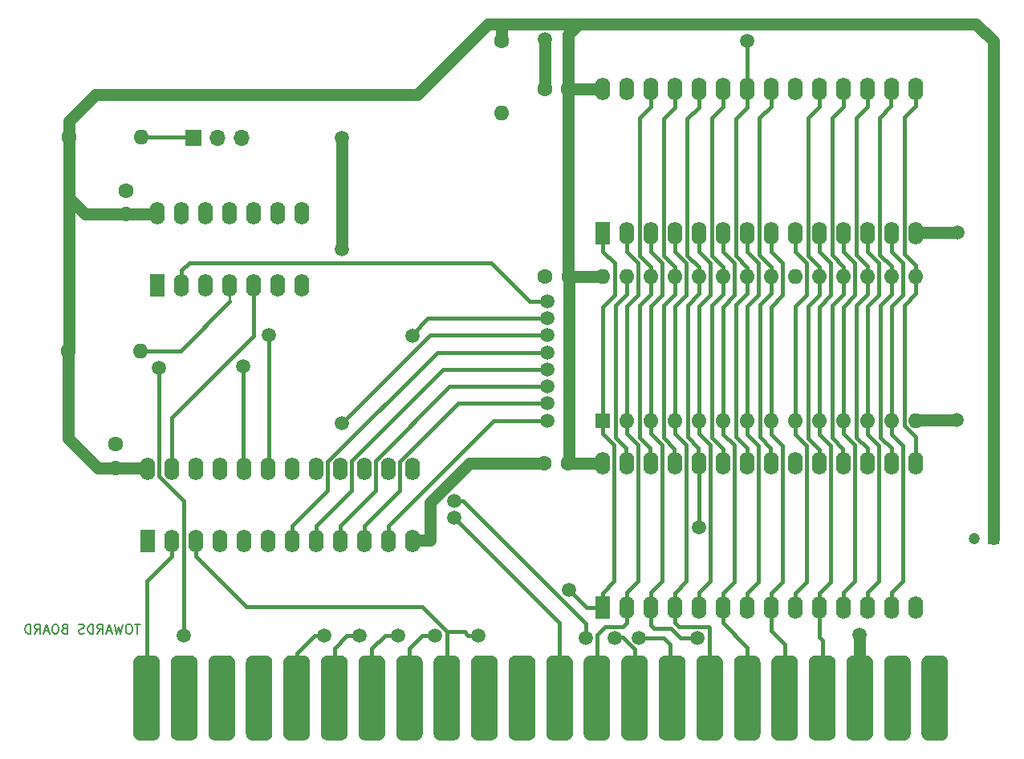
<source format=gbr>
G04 #@! TF.GenerationSoftware,KiCad,Pcbnew,(5.1.5-0)*
G04 #@! TF.CreationDate,2021-03-10T11:50:08+01:00*
G04 #@! TF.ProjectId,Apple1Cartridge,4170706c-6531-4436-9172-747269646765,rev?*
G04 #@! TF.SameCoordinates,Original*
G04 #@! TF.FileFunction,Copper,L2,Bot*
G04 #@! TF.FilePolarity,Positive*
%FSLAX46Y46*%
G04 Gerber Fmt 4.6, Leading zero omitted, Abs format (unit mm)*
G04 Created by KiCad (PCBNEW (5.1.5-0)) date 2021-03-10 11:50:08*
%MOMM*%
%LPD*%
G04 APERTURE LIST*
%ADD10C,0.150000*%
%ADD11O,1.600000X2.400000*%
%ADD12R,1.600000X2.400000*%
%ADD13O,1.600000X1.600000*%
%ADD14R,1.600000X1.600000*%
%ADD15C,1.600000*%
%ADD16C,1.200000*%
%ADD17R,1.200000X1.200000*%
%ADD18O,1.700000X1.700000*%
%ADD19R,1.700000X1.700000*%
%ADD20C,0.100000*%
%ADD21C,1.500000*%
%ADD22C,1.300000*%
%ADD23C,0.400000*%
%ADD24C,0.250000*%
G04 APERTURE END LIST*
D10*
X105521947Y-128679960D02*
X104950519Y-128679960D01*
X105236233Y-129679960D02*
X105236233Y-128679960D01*
X104426709Y-128679960D02*
X104236233Y-128679960D01*
X104140995Y-128727580D01*
X104045757Y-128822818D01*
X103998138Y-129013294D01*
X103998138Y-129346627D01*
X104045757Y-129537103D01*
X104140995Y-129632341D01*
X104236233Y-129679960D01*
X104426709Y-129679960D01*
X104521947Y-129632341D01*
X104617185Y-129537103D01*
X104664804Y-129346627D01*
X104664804Y-129013294D01*
X104617185Y-128822818D01*
X104521947Y-128727580D01*
X104426709Y-128679960D01*
X103664804Y-128679960D02*
X103426709Y-129679960D01*
X103236233Y-128965675D01*
X103045757Y-129679960D01*
X102807661Y-128679960D01*
X102474328Y-129394246D02*
X101998138Y-129394246D01*
X102569566Y-129679960D02*
X102236233Y-128679960D01*
X101902900Y-129679960D01*
X100998138Y-129679960D02*
X101331471Y-129203770D01*
X101569566Y-129679960D02*
X101569566Y-128679960D01*
X101188614Y-128679960D01*
X101093376Y-128727580D01*
X101045757Y-128775199D01*
X100998138Y-128870437D01*
X100998138Y-129013294D01*
X101045757Y-129108532D01*
X101093376Y-129156151D01*
X101188614Y-129203770D01*
X101569566Y-129203770D01*
X100569566Y-129679960D02*
X100569566Y-128679960D01*
X100331471Y-128679960D01*
X100188614Y-128727580D01*
X100093376Y-128822818D01*
X100045757Y-128918056D01*
X99998138Y-129108532D01*
X99998138Y-129251389D01*
X100045757Y-129441865D01*
X100093376Y-129537103D01*
X100188614Y-129632341D01*
X100331471Y-129679960D01*
X100569566Y-129679960D01*
X99617185Y-129632341D02*
X99474328Y-129679960D01*
X99236233Y-129679960D01*
X99140995Y-129632341D01*
X99093376Y-129584722D01*
X99045757Y-129489484D01*
X99045757Y-129394246D01*
X99093376Y-129299008D01*
X99140995Y-129251389D01*
X99236233Y-129203770D01*
X99426709Y-129156151D01*
X99521947Y-129108532D01*
X99569566Y-129060913D01*
X99617185Y-128965675D01*
X99617185Y-128870437D01*
X99569566Y-128775199D01*
X99521947Y-128727580D01*
X99426709Y-128679960D01*
X99188614Y-128679960D01*
X99045757Y-128727580D01*
X97521947Y-129156151D02*
X97379090Y-129203770D01*
X97331471Y-129251389D01*
X97283852Y-129346627D01*
X97283852Y-129489484D01*
X97331471Y-129584722D01*
X97379090Y-129632341D01*
X97474328Y-129679960D01*
X97855280Y-129679960D01*
X97855280Y-128679960D01*
X97521947Y-128679960D01*
X97426709Y-128727580D01*
X97379090Y-128775199D01*
X97331471Y-128870437D01*
X97331471Y-128965675D01*
X97379090Y-129060913D01*
X97426709Y-129108532D01*
X97521947Y-129156151D01*
X97855280Y-129156151D01*
X96664804Y-128679960D02*
X96474328Y-128679960D01*
X96379090Y-128727580D01*
X96283852Y-128822818D01*
X96236233Y-129013294D01*
X96236233Y-129346627D01*
X96283852Y-129537103D01*
X96379090Y-129632341D01*
X96474328Y-129679960D01*
X96664804Y-129679960D01*
X96760042Y-129632341D01*
X96855280Y-129537103D01*
X96902900Y-129346627D01*
X96902900Y-129013294D01*
X96855280Y-128822818D01*
X96760042Y-128727580D01*
X96664804Y-128679960D01*
X95855280Y-129394246D02*
X95379090Y-129394246D01*
X95950519Y-129679960D02*
X95617185Y-128679960D01*
X95283852Y-129679960D01*
X94379090Y-129679960D02*
X94712423Y-129203770D01*
X94950519Y-129679960D02*
X94950519Y-128679960D01*
X94569566Y-128679960D01*
X94474328Y-128727580D01*
X94426709Y-128775199D01*
X94379090Y-128870437D01*
X94379090Y-129013294D01*
X94426709Y-129108532D01*
X94474328Y-129156151D01*
X94569566Y-129203770D01*
X94950519Y-129203770D01*
X93950519Y-129679960D02*
X93950519Y-128679960D01*
X93712423Y-128679960D01*
X93569566Y-128727580D01*
X93474328Y-128822818D01*
X93426709Y-128918056D01*
X93379090Y-129108532D01*
X93379090Y-129251389D01*
X93426709Y-129441865D01*
X93474328Y-129537103D01*
X93569566Y-129632341D01*
X93712423Y-129679960D01*
X93950519Y-129679960D01*
D11*
X154307540Y-72152260D03*
X187327540Y-87392260D03*
X156847540Y-72152260D03*
X184787540Y-87392260D03*
X159387540Y-72152260D03*
X182247540Y-87392260D03*
X161927540Y-72152260D03*
X179707540Y-87392260D03*
X164467540Y-72152260D03*
X177167540Y-87392260D03*
X167007540Y-72152260D03*
X174627540Y-87392260D03*
X169547540Y-72152260D03*
X172087540Y-87392260D03*
X172087540Y-72152260D03*
X169547540Y-87392260D03*
X174627540Y-72152260D03*
X167007540Y-87392260D03*
X177167540Y-72152260D03*
X164467540Y-87392260D03*
X179707540Y-72152260D03*
X161927540Y-87392260D03*
X182247540Y-72152260D03*
X159387540Y-87392260D03*
X184787540Y-72152260D03*
X156847540Y-87392260D03*
X187327540Y-72152260D03*
D12*
X154307540Y-87392260D03*
D13*
X154315160Y-91933780D03*
X187335160Y-107173780D03*
X156855160Y-91933780D03*
X184795160Y-107173780D03*
X159395160Y-91933780D03*
X182255160Y-107173780D03*
X161935160Y-91933780D03*
X179715160Y-107173780D03*
X164475160Y-91933780D03*
X177175160Y-107173780D03*
X167015160Y-91933780D03*
X174635160Y-107173780D03*
X169555160Y-91933780D03*
X172095160Y-107173780D03*
X172095160Y-91933780D03*
X169555160Y-107173780D03*
X174635160Y-91933780D03*
X167015160Y-107173780D03*
X177175160Y-91933780D03*
X164475160Y-107173780D03*
X179715160Y-91933780D03*
X161935160Y-107173780D03*
X182255160Y-91933780D03*
X159395160Y-107173780D03*
X184795160Y-91933780D03*
X156855160Y-107173780D03*
X187335160Y-91933780D03*
D14*
X154315160Y-107173780D03*
D11*
X154277060Y-111707680D03*
X187297060Y-126947680D03*
X156817060Y-111707680D03*
X184757060Y-126947680D03*
X159357060Y-111707680D03*
X182217060Y-126947680D03*
X161897060Y-111707680D03*
X179677060Y-126947680D03*
X164437060Y-111707680D03*
X177137060Y-126947680D03*
X166977060Y-111707680D03*
X174597060Y-126947680D03*
X169517060Y-111707680D03*
X172057060Y-126947680D03*
X172057060Y-111707680D03*
X169517060Y-126947680D03*
X174597060Y-111707680D03*
X166977060Y-126947680D03*
X177137060Y-111707680D03*
X164437060Y-126947680D03*
X179677060Y-111707680D03*
X161897060Y-126947680D03*
X182217060Y-111707680D03*
X159357060Y-126947680D03*
X184757060Y-111707680D03*
X156817060Y-126947680D03*
X187297060Y-111707680D03*
D12*
X154277060Y-126947680D03*
D11*
X106301540Y-112280700D03*
X134241540Y-119900700D03*
X108841540Y-112280700D03*
X131701540Y-119900700D03*
X111381540Y-112280700D03*
X129161540Y-119900700D03*
X113921540Y-112280700D03*
X126621540Y-119900700D03*
X116461540Y-112280700D03*
X124081540Y-119900700D03*
X119001540Y-112280700D03*
X121541540Y-119900700D03*
X121541540Y-112280700D03*
X119001540Y-119900700D03*
X124081540Y-112280700D03*
X116461540Y-119900700D03*
X126621540Y-112280700D03*
X113921540Y-119900700D03*
X129161540Y-112280700D03*
X111381540Y-119900700D03*
X131701540Y-112280700D03*
X108841540Y-119900700D03*
X134241540Y-112280700D03*
D12*
X106301540Y-119900700D03*
D11*
X107368340Y-85280500D03*
X122608340Y-92900500D03*
X109908340Y-85280500D03*
X120068340Y-92900500D03*
X112448340Y-85280500D03*
X117528340Y-92900500D03*
X114988340Y-85280500D03*
X114988340Y-92900500D03*
X117528340Y-85280500D03*
X112448340Y-92900500D03*
X120068340Y-85280500D03*
X109908340Y-92900500D03*
X122608340Y-85280500D03*
D12*
X107368340Y-92900500D03*
D15*
X148238840Y-91978480D03*
X150738840Y-91978480D03*
X148205820Y-72118220D03*
X150705820Y-72118220D03*
D16*
X193521580Y-119608600D03*
D17*
X195521580Y-119608600D03*
D13*
X143644620Y-74645520D03*
D15*
X143644620Y-67025520D03*
D13*
X105575100Y-99804220D03*
D15*
X97955100Y-99804220D03*
D13*
X105610660Y-77254100D03*
D15*
X97990660Y-77254100D03*
D18*
X116182140Y-77269340D03*
X113642140Y-77269340D03*
D19*
X111102140Y-77269340D03*
G04 #@! TA.AperFunction,ConnectorPad*
D20*
G36*
X106965505Y-131969063D02*
G01*
X107033311Y-131979121D01*
X107099804Y-131995777D01*
X107164344Y-132018870D01*
X107226311Y-132048178D01*
X107285106Y-132083418D01*
X107340164Y-132124252D01*
X107390954Y-132170286D01*
X107436988Y-132221076D01*
X107477822Y-132276134D01*
X107513062Y-132334929D01*
X107542370Y-132396896D01*
X107565463Y-132461436D01*
X107582119Y-132527929D01*
X107592177Y-132595735D01*
X107595540Y-132664200D01*
X107595540Y-140258800D01*
X107592177Y-140327265D01*
X107582119Y-140395071D01*
X107565463Y-140461564D01*
X107542370Y-140526104D01*
X107513062Y-140588071D01*
X107477822Y-140646866D01*
X107436988Y-140701924D01*
X107390954Y-140752714D01*
X107340164Y-140798748D01*
X107285106Y-140839582D01*
X107226311Y-140874822D01*
X107164344Y-140904130D01*
X107099804Y-140927223D01*
X107033311Y-140943879D01*
X106965505Y-140953937D01*
X106897040Y-140957300D01*
X105500040Y-140957300D01*
X105431575Y-140953937D01*
X105363769Y-140943879D01*
X105297276Y-140927223D01*
X105232736Y-140904130D01*
X105170769Y-140874822D01*
X105111974Y-140839582D01*
X105056916Y-140798748D01*
X105006126Y-140752714D01*
X104960092Y-140701924D01*
X104919258Y-140646866D01*
X104884018Y-140588071D01*
X104854710Y-140526104D01*
X104831617Y-140461564D01*
X104814961Y-140395071D01*
X104804903Y-140327265D01*
X104801540Y-140258800D01*
X104801540Y-132664200D01*
X104804903Y-132595735D01*
X104814961Y-132527929D01*
X104831617Y-132461436D01*
X104854710Y-132396896D01*
X104884018Y-132334929D01*
X104919258Y-132276134D01*
X104960092Y-132221076D01*
X105006126Y-132170286D01*
X105056916Y-132124252D01*
X105111974Y-132083418D01*
X105170769Y-132048178D01*
X105232736Y-132018870D01*
X105297276Y-131995777D01*
X105363769Y-131979121D01*
X105431575Y-131969063D01*
X105500040Y-131965700D01*
X106897040Y-131965700D01*
X106965505Y-131969063D01*
G37*
G04 #@! TD.AperFunction*
G04 #@! TA.AperFunction,ConnectorPad*
G36*
X110925505Y-131969063D02*
G01*
X110993311Y-131979121D01*
X111059804Y-131995777D01*
X111124344Y-132018870D01*
X111186311Y-132048178D01*
X111245106Y-132083418D01*
X111300164Y-132124252D01*
X111350954Y-132170286D01*
X111396988Y-132221076D01*
X111437822Y-132276134D01*
X111473062Y-132334929D01*
X111502370Y-132396896D01*
X111525463Y-132461436D01*
X111542119Y-132527929D01*
X111552177Y-132595735D01*
X111555540Y-132664200D01*
X111555540Y-140258800D01*
X111552177Y-140327265D01*
X111542119Y-140395071D01*
X111525463Y-140461564D01*
X111502370Y-140526104D01*
X111473062Y-140588071D01*
X111437822Y-140646866D01*
X111396988Y-140701924D01*
X111350954Y-140752714D01*
X111300164Y-140798748D01*
X111245106Y-140839582D01*
X111186311Y-140874822D01*
X111124344Y-140904130D01*
X111059804Y-140927223D01*
X110993311Y-140943879D01*
X110925505Y-140953937D01*
X110857040Y-140957300D01*
X109460040Y-140957300D01*
X109391575Y-140953937D01*
X109323769Y-140943879D01*
X109257276Y-140927223D01*
X109192736Y-140904130D01*
X109130769Y-140874822D01*
X109071974Y-140839582D01*
X109016916Y-140798748D01*
X108966126Y-140752714D01*
X108920092Y-140701924D01*
X108879258Y-140646866D01*
X108844018Y-140588071D01*
X108814710Y-140526104D01*
X108791617Y-140461564D01*
X108774961Y-140395071D01*
X108764903Y-140327265D01*
X108761540Y-140258800D01*
X108761540Y-132664200D01*
X108764903Y-132595735D01*
X108774961Y-132527929D01*
X108791617Y-132461436D01*
X108814710Y-132396896D01*
X108844018Y-132334929D01*
X108879258Y-132276134D01*
X108920092Y-132221076D01*
X108966126Y-132170286D01*
X109016916Y-132124252D01*
X109071974Y-132083418D01*
X109130769Y-132048178D01*
X109192736Y-132018870D01*
X109257276Y-131995777D01*
X109323769Y-131979121D01*
X109391575Y-131969063D01*
X109460040Y-131965700D01*
X110857040Y-131965700D01*
X110925505Y-131969063D01*
G37*
G04 #@! TD.AperFunction*
G04 #@! TA.AperFunction,ConnectorPad*
G36*
X114885505Y-131969063D02*
G01*
X114953311Y-131979121D01*
X115019804Y-131995777D01*
X115084344Y-132018870D01*
X115146311Y-132048178D01*
X115205106Y-132083418D01*
X115260164Y-132124252D01*
X115310954Y-132170286D01*
X115356988Y-132221076D01*
X115397822Y-132276134D01*
X115433062Y-132334929D01*
X115462370Y-132396896D01*
X115485463Y-132461436D01*
X115502119Y-132527929D01*
X115512177Y-132595735D01*
X115515540Y-132664200D01*
X115515540Y-140258800D01*
X115512177Y-140327265D01*
X115502119Y-140395071D01*
X115485463Y-140461564D01*
X115462370Y-140526104D01*
X115433062Y-140588071D01*
X115397822Y-140646866D01*
X115356988Y-140701924D01*
X115310954Y-140752714D01*
X115260164Y-140798748D01*
X115205106Y-140839582D01*
X115146311Y-140874822D01*
X115084344Y-140904130D01*
X115019804Y-140927223D01*
X114953311Y-140943879D01*
X114885505Y-140953937D01*
X114817040Y-140957300D01*
X113420040Y-140957300D01*
X113351575Y-140953937D01*
X113283769Y-140943879D01*
X113217276Y-140927223D01*
X113152736Y-140904130D01*
X113090769Y-140874822D01*
X113031974Y-140839582D01*
X112976916Y-140798748D01*
X112926126Y-140752714D01*
X112880092Y-140701924D01*
X112839258Y-140646866D01*
X112804018Y-140588071D01*
X112774710Y-140526104D01*
X112751617Y-140461564D01*
X112734961Y-140395071D01*
X112724903Y-140327265D01*
X112721540Y-140258800D01*
X112721540Y-132664200D01*
X112724903Y-132595735D01*
X112734961Y-132527929D01*
X112751617Y-132461436D01*
X112774710Y-132396896D01*
X112804018Y-132334929D01*
X112839258Y-132276134D01*
X112880092Y-132221076D01*
X112926126Y-132170286D01*
X112976916Y-132124252D01*
X113031974Y-132083418D01*
X113090769Y-132048178D01*
X113152736Y-132018870D01*
X113217276Y-131995777D01*
X113283769Y-131979121D01*
X113351575Y-131969063D01*
X113420040Y-131965700D01*
X114817040Y-131965700D01*
X114885505Y-131969063D01*
G37*
G04 #@! TD.AperFunction*
G04 #@! TA.AperFunction,ConnectorPad*
G36*
X118845505Y-131969063D02*
G01*
X118913311Y-131979121D01*
X118979804Y-131995777D01*
X119044344Y-132018870D01*
X119106311Y-132048178D01*
X119165106Y-132083418D01*
X119220164Y-132124252D01*
X119270954Y-132170286D01*
X119316988Y-132221076D01*
X119357822Y-132276134D01*
X119393062Y-132334929D01*
X119422370Y-132396896D01*
X119445463Y-132461436D01*
X119462119Y-132527929D01*
X119472177Y-132595735D01*
X119475540Y-132664200D01*
X119475540Y-140258800D01*
X119472177Y-140327265D01*
X119462119Y-140395071D01*
X119445463Y-140461564D01*
X119422370Y-140526104D01*
X119393062Y-140588071D01*
X119357822Y-140646866D01*
X119316988Y-140701924D01*
X119270954Y-140752714D01*
X119220164Y-140798748D01*
X119165106Y-140839582D01*
X119106311Y-140874822D01*
X119044344Y-140904130D01*
X118979804Y-140927223D01*
X118913311Y-140943879D01*
X118845505Y-140953937D01*
X118777040Y-140957300D01*
X117380040Y-140957300D01*
X117311575Y-140953937D01*
X117243769Y-140943879D01*
X117177276Y-140927223D01*
X117112736Y-140904130D01*
X117050769Y-140874822D01*
X116991974Y-140839582D01*
X116936916Y-140798748D01*
X116886126Y-140752714D01*
X116840092Y-140701924D01*
X116799258Y-140646866D01*
X116764018Y-140588071D01*
X116734710Y-140526104D01*
X116711617Y-140461564D01*
X116694961Y-140395071D01*
X116684903Y-140327265D01*
X116681540Y-140258800D01*
X116681540Y-132664200D01*
X116684903Y-132595735D01*
X116694961Y-132527929D01*
X116711617Y-132461436D01*
X116734710Y-132396896D01*
X116764018Y-132334929D01*
X116799258Y-132276134D01*
X116840092Y-132221076D01*
X116886126Y-132170286D01*
X116936916Y-132124252D01*
X116991974Y-132083418D01*
X117050769Y-132048178D01*
X117112736Y-132018870D01*
X117177276Y-131995777D01*
X117243769Y-131979121D01*
X117311575Y-131969063D01*
X117380040Y-131965700D01*
X118777040Y-131965700D01*
X118845505Y-131969063D01*
G37*
G04 #@! TD.AperFunction*
G04 #@! TA.AperFunction,ConnectorPad*
G36*
X122805505Y-131969063D02*
G01*
X122873311Y-131979121D01*
X122939804Y-131995777D01*
X123004344Y-132018870D01*
X123066311Y-132048178D01*
X123125106Y-132083418D01*
X123180164Y-132124252D01*
X123230954Y-132170286D01*
X123276988Y-132221076D01*
X123317822Y-132276134D01*
X123353062Y-132334929D01*
X123382370Y-132396896D01*
X123405463Y-132461436D01*
X123422119Y-132527929D01*
X123432177Y-132595735D01*
X123435540Y-132664200D01*
X123435540Y-140258800D01*
X123432177Y-140327265D01*
X123422119Y-140395071D01*
X123405463Y-140461564D01*
X123382370Y-140526104D01*
X123353062Y-140588071D01*
X123317822Y-140646866D01*
X123276988Y-140701924D01*
X123230954Y-140752714D01*
X123180164Y-140798748D01*
X123125106Y-140839582D01*
X123066311Y-140874822D01*
X123004344Y-140904130D01*
X122939804Y-140927223D01*
X122873311Y-140943879D01*
X122805505Y-140953937D01*
X122737040Y-140957300D01*
X121340040Y-140957300D01*
X121271575Y-140953937D01*
X121203769Y-140943879D01*
X121137276Y-140927223D01*
X121072736Y-140904130D01*
X121010769Y-140874822D01*
X120951974Y-140839582D01*
X120896916Y-140798748D01*
X120846126Y-140752714D01*
X120800092Y-140701924D01*
X120759258Y-140646866D01*
X120724018Y-140588071D01*
X120694710Y-140526104D01*
X120671617Y-140461564D01*
X120654961Y-140395071D01*
X120644903Y-140327265D01*
X120641540Y-140258800D01*
X120641540Y-132664200D01*
X120644903Y-132595735D01*
X120654961Y-132527929D01*
X120671617Y-132461436D01*
X120694710Y-132396896D01*
X120724018Y-132334929D01*
X120759258Y-132276134D01*
X120800092Y-132221076D01*
X120846126Y-132170286D01*
X120896916Y-132124252D01*
X120951974Y-132083418D01*
X121010769Y-132048178D01*
X121072736Y-132018870D01*
X121137276Y-131995777D01*
X121203769Y-131979121D01*
X121271575Y-131969063D01*
X121340040Y-131965700D01*
X122737040Y-131965700D01*
X122805505Y-131969063D01*
G37*
G04 #@! TD.AperFunction*
G04 #@! TA.AperFunction,ConnectorPad*
G36*
X126765505Y-131969063D02*
G01*
X126833311Y-131979121D01*
X126899804Y-131995777D01*
X126964344Y-132018870D01*
X127026311Y-132048178D01*
X127085106Y-132083418D01*
X127140164Y-132124252D01*
X127190954Y-132170286D01*
X127236988Y-132221076D01*
X127277822Y-132276134D01*
X127313062Y-132334929D01*
X127342370Y-132396896D01*
X127365463Y-132461436D01*
X127382119Y-132527929D01*
X127392177Y-132595735D01*
X127395540Y-132664200D01*
X127395540Y-140258800D01*
X127392177Y-140327265D01*
X127382119Y-140395071D01*
X127365463Y-140461564D01*
X127342370Y-140526104D01*
X127313062Y-140588071D01*
X127277822Y-140646866D01*
X127236988Y-140701924D01*
X127190954Y-140752714D01*
X127140164Y-140798748D01*
X127085106Y-140839582D01*
X127026311Y-140874822D01*
X126964344Y-140904130D01*
X126899804Y-140927223D01*
X126833311Y-140943879D01*
X126765505Y-140953937D01*
X126697040Y-140957300D01*
X125300040Y-140957300D01*
X125231575Y-140953937D01*
X125163769Y-140943879D01*
X125097276Y-140927223D01*
X125032736Y-140904130D01*
X124970769Y-140874822D01*
X124911974Y-140839582D01*
X124856916Y-140798748D01*
X124806126Y-140752714D01*
X124760092Y-140701924D01*
X124719258Y-140646866D01*
X124684018Y-140588071D01*
X124654710Y-140526104D01*
X124631617Y-140461564D01*
X124614961Y-140395071D01*
X124604903Y-140327265D01*
X124601540Y-140258800D01*
X124601540Y-132664200D01*
X124604903Y-132595735D01*
X124614961Y-132527929D01*
X124631617Y-132461436D01*
X124654710Y-132396896D01*
X124684018Y-132334929D01*
X124719258Y-132276134D01*
X124760092Y-132221076D01*
X124806126Y-132170286D01*
X124856916Y-132124252D01*
X124911974Y-132083418D01*
X124970769Y-132048178D01*
X125032736Y-132018870D01*
X125097276Y-131995777D01*
X125163769Y-131979121D01*
X125231575Y-131969063D01*
X125300040Y-131965700D01*
X126697040Y-131965700D01*
X126765505Y-131969063D01*
G37*
G04 #@! TD.AperFunction*
G04 #@! TA.AperFunction,ConnectorPad*
G36*
X130725505Y-131969063D02*
G01*
X130793311Y-131979121D01*
X130859804Y-131995777D01*
X130924344Y-132018870D01*
X130986311Y-132048178D01*
X131045106Y-132083418D01*
X131100164Y-132124252D01*
X131150954Y-132170286D01*
X131196988Y-132221076D01*
X131237822Y-132276134D01*
X131273062Y-132334929D01*
X131302370Y-132396896D01*
X131325463Y-132461436D01*
X131342119Y-132527929D01*
X131352177Y-132595735D01*
X131355540Y-132664200D01*
X131355540Y-140258800D01*
X131352177Y-140327265D01*
X131342119Y-140395071D01*
X131325463Y-140461564D01*
X131302370Y-140526104D01*
X131273062Y-140588071D01*
X131237822Y-140646866D01*
X131196988Y-140701924D01*
X131150954Y-140752714D01*
X131100164Y-140798748D01*
X131045106Y-140839582D01*
X130986311Y-140874822D01*
X130924344Y-140904130D01*
X130859804Y-140927223D01*
X130793311Y-140943879D01*
X130725505Y-140953937D01*
X130657040Y-140957300D01*
X129260040Y-140957300D01*
X129191575Y-140953937D01*
X129123769Y-140943879D01*
X129057276Y-140927223D01*
X128992736Y-140904130D01*
X128930769Y-140874822D01*
X128871974Y-140839582D01*
X128816916Y-140798748D01*
X128766126Y-140752714D01*
X128720092Y-140701924D01*
X128679258Y-140646866D01*
X128644018Y-140588071D01*
X128614710Y-140526104D01*
X128591617Y-140461564D01*
X128574961Y-140395071D01*
X128564903Y-140327265D01*
X128561540Y-140258800D01*
X128561540Y-132664200D01*
X128564903Y-132595735D01*
X128574961Y-132527929D01*
X128591617Y-132461436D01*
X128614710Y-132396896D01*
X128644018Y-132334929D01*
X128679258Y-132276134D01*
X128720092Y-132221076D01*
X128766126Y-132170286D01*
X128816916Y-132124252D01*
X128871974Y-132083418D01*
X128930769Y-132048178D01*
X128992736Y-132018870D01*
X129057276Y-131995777D01*
X129123769Y-131979121D01*
X129191575Y-131969063D01*
X129260040Y-131965700D01*
X130657040Y-131965700D01*
X130725505Y-131969063D01*
G37*
G04 #@! TD.AperFunction*
G04 #@! TA.AperFunction,ConnectorPad*
G36*
X134685505Y-131969063D02*
G01*
X134753311Y-131979121D01*
X134819804Y-131995777D01*
X134884344Y-132018870D01*
X134946311Y-132048178D01*
X135005106Y-132083418D01*
X135060164Y-132124252D01*
X135110954Y-132170286D01*
X135156988Y-132221076D01*
X135197822Y-132276134D01*
X135233062Y-132334929D01*
X135262370Y-132396896D01*
X135285463Y-132461436D01*
X135302119Y-132527929D01*
X135312177Y-132595735D01*
X135315540Y-132664200D01*
X135315540Y-140258800D01*
X135312177Y-140327265D01*
X135302119Y-140395071D01*
X135285463Y-140461564D01*
X135262370Y-140526104D01*
X135233062Y-140588071D01*
X135197822Y-140646866D01*
X135156988Y-140701924D01*
X135110954Y-140752714D01*
X135060164Y-140798748D01*
X135005106Y-140839582D01*
X134946311Y-140874822D01*
X134884344Y-140904130D01*
X134819804Y-140927223D01*
X134753311Y-140943879D01*
X134685505Y-140953937D01*
X134617040Y-140957300D01*
X133220040Y-140957300D01*
X133151575Y-140953937D01*
X133083769Y-140943879D01*
X133017276Y-140927223D01*
X132952736Y-140904130D01*
X132890769Y-140874822D01*
X132831974Y-140839582D01*
X132776916Y-140798748D01*
X132726126Y-140752714D01*
X132680092Y-140701924D01*
X132639258Y-140646866D01*
X132604018Y-140588071D01*
X132574710Y-140526104D01*
X132551617Y-140461564D01*
X132534961Y-140395071D01*
X132524903Y-140327265D01*
X132521540Y-140258800D01*
X132521540Y-132664200D01*
X132524903Y-132595735D01*
X132534961Y-132527929D01*
X132551617Y-132461436D01*
X132574710Y-132396896D01*
X132604018Y-132334929D01*
X132639258Y-132276134D01*
X132680092Y-132221076D01*
X132726126Y-132170286D01*
X132776916Y-132124252D01*
X132831974Y-132083418D01*
X132890769Y-132048178D01*
X132952736Y-132018870D01*
X133017276Y-131995777D01*
X133083769Y-131979121D01*
X133151575Y-131969063D01*
X133220040Y-131965700D01*
X134617040Y-131965700D01*
X134685505Y-131969063D01*
G37*
G04 #@! TD.AperFunction*
G04 #@! TA.AperFunction,ConnectorPad*
G36*
X138645505Y-131969063D02*
G01*
X138713311Y-131979121D01*
X138779804Y-131995777D01*
X138844344Y-132018870D01*
X138906311Y-132048178D01*
X138965106Y-132083418D01*
X139020164Y-132124252D01*
X139070954Y-132170286D01*
X139116988Y-132221076D01*
X139157822Y-132276134D01*
X139193062Y-132334929D01*
X139222370Y-132396896D01*
X139245463Y-132461436D01*
X139262119Y-132527929D01*
X139272177Y-132595735D01*
X139275540Y-132664200D01*
X139275540Y-140258800D01*
X139272177Y-140327265D01*
X139262119Y-140395071D01*
X139245463Y-140461564D01*
X139222370Y-140526104D01*
X139193062Y-140588071D01*
X139157822Y-140646866D01*
X139116988Y-140701924D01*
X139070954Y-140752714D01*
X139020164Y-140798748D01*
X138965106Y-140839582D01*
X138906311Y-140874822D01*
X138844344Y-140904130D01*
X138779804Y-140927223D01*
X138713311Y-140943879D01*
X138645505Y-140953937D01*
X138577040Y-140957300D01*
X137180040Y-140957300D01*
X137111575Y-140953937D01*
X137043769Y-140943879D01*
X136977276Y-140927223D01*
X136912736Y-140904130D01*
X136850769Y-140874822D01*
X136791974Y-140839582D01*
X136736916Y-140798748D01*
X136686126Y-140752714D01*
X136640092Y-140701924D01*
X136599258Y-140646866D01*
X136564018Y-140588071D01*
X136534710Y-140526104D01*
X136511617Y-140461564D01*
X136494961Y-140395071D01*
X136484903Y-140327265D01*
X136481540Y-140258800D01*
X136481540Y-132664200D01*
X136484903Y-132595735D01*
X136494961Y-132527929D01*
X136511617Y-132461436D01*
X136534710Y-132396896D01*
X136564018Y-132334929D01*
X136599258Y-132276134D01*
X136640092Y-132221076D01*
X136686126Y-132170286D01*
X136736916Y-132124252D01*
X136791974Y-132083418D01*
X136850769Y-132048178D01*
X136912736Y-132018870D01*
X136977276Y-131995777D01*
X137043769Y-131979121D01*
X137111575Y-131969063D01*
X137180040Y-131965700D01*
X138577040Y-131965700D01*
X138645505Y-131969063D01*
G37*
G04 #@! TD.AperFunction*
G04 #@! TA.AperFunction,ConnectorPad*
G36*
X142605505Y-131969063D02*
G01*
X142673311Y-131979121D01*
X142739804Y-131995777D01*
X142804344Y-132018870D01*
X142866311Y-132048178D01*
X142925106Y-132083418D01*
X142980164Y-132124252D01*
X143030954Y-132170286D01*
X143076988Y-132221076D01*
X143117822Y-132276134D01*
X143153062Y-132334929D01*
X143182370Y-132396896D01*
X143205463Y-132461436D01*
X143222119Y-132527929D01*
X143232177Y-132595735D01*
X143235540Y-132664200D01*
X143235540Y-140258800D01*
X143232177Y-140327265D01*
X143222119Y-140395071D01*
X143205463Y-140461564D01*
X143182370Y-140526104D01*
X143153062Y-140588071D01*
X143117822Y-140646866D01*
X143076988Y-140701924D01*
X143030954Y-140752714D01*
X142980164Y-140798748D01*
X142925106Y-140839582D01*
X142866311Y-140874822D01*
X142804344Y-140904130D01*
X142739804Y-140927223D01*
X142673311Y-140943879D01*
X142605505Y-140953937D01*
X142537040Y-140957300D01*
X141140040Y-140957300D01*
X141071575Y-140953937D01*
X141003769Y-140943879D01*
X140937276Y-140927223D01*
X140872736Y-140904130D01*
X140810769Y-140874822D01*
X140751974Y-140839582D01*
X140696916Y-140798748D01*
X140646126Y-140752714D01*
X140600092Y-140701924D01*
X140559258Y-140646866D01*
X140524018Y-140588071D01*
X140494710Y-140526104D01*
X140471617Y-140461564D01*
X140454961Y-140395071D01*
X140444903Y-140327265D01*
X140441540Y-140258800D01*
X140441540Y-132664200D01*
X140444903Y-132595735D01*
X140454961Y-132527929D01*
X140471617Y-132461436D01*
X140494710Y-132396896D01*
X140524018Y-132334929D01*
X140559258Y-132276134D01*
X140600092Y-132221076D01*
X140646126Y-132170286D01*
X140696916Y-132124252D01*
X140751974Y-132083418D01*
X140810769Y-132048178D01*
X140872736Y-132018870D01*
X140937276Y-131995777D01*
X141003769Y-131979121D01*
X141071575Y-131969063D01*
X141140040Y-131965700D01*
X142537040Y-131965700D01*
X142605505Y-131969063D01*
G37*
G04 #@! TD.AperFunction*
G04 #@! TA.AperFunction,ConnectorPad*
G36*
X146565505Y-131969063D02*
G01*
X146633311Y-131979121D01*
X146699804Y-131995777D01*
X146764344Y-132018870D01*
X146826311Y-132048178D01*
X146885106Y-132083418D01*
X146940164Y-132124252D01*
X146990954Y-132170286D01*
X147036988Y-132221076D01*
X147077822Y-132276134D01*
X147113062Y-132334929D01*
X147142370Y-132396896D01*
X147165463Y-132461436D01*
X147182119Y-132527929D01*
X147192177Y-132595735D01*
X147195540Y-132664200D01*
X147195540Y-140258800D01*
X147192177Y-140327265D01*
X147182119Y-140395071D01*
X147165463Y-140461564D01*
X147142370Y-140526104D01*
X147113062Y-140588071D01*
X147077822Y-140646866D01*
X147036988Y-140701924D01*
X146990954Y-140752714D01*
X146940164Y-140798748D01*
X146885106Y-140839582D01*
X146826311Y-140874822D01*
X146764344Y-140904130D01*
X146699804Y-140927223D01*
X146633311Y-140943879D01*
X146565505Y-140953937D01*
X146497040Y-140957300D01*
X145100040Y-140957300D01*
X145031575Y-140953937D01*
X144963769Y-140943879D01*
X144897276Y-140927223D01*
X144832736Y-140904130D01*
X144770769Y-140874822D01*
X144711974Y-140839582D01*
X144656916Y-140798748D01*
X144606126Y-140752714D01*
X144560092Y-140701924D01*
X144519258Y-140646866D01*
X144484018Y-140588071D01*
X144454710Y-140526104D01*
X144431617Y-140461564D01*
X144414961Y-140395071D01*
X144404903Y-140327265D01*
X144401540Y-140258800D01*
X144401540Y-132664200D01*
X144404903Y-132595735D01*
X144414961Y-132527929D01*
X144431617Y-132461436D01*
X144454710Y-132396896D01*
X144484018Y-132334929D01*
X144519258Y-132276134D01*
X144560092Y-132221076D01*
X144606126Y-132170286D01*
X144656916Y-132124252D01*
X144711974Y-132083418D01*
X144770769Y-132048178D01*
X144832736Y-132018870D01*
X144897276Y-131995777D01*
X144963769Y-131979121D01*
X145031575Y-131969063D01*
X145100040Y-131965700D01*
X146497040Y-131965700D01*
X146565505Y-131969063D01*
G37*
G04 #@! TD.AperFunction*
G04 #@! TA.AperFunction,ConnectorPad*
G36*
X150525505Y-131969063D02*
G01*
X150593311Y-131979121D01*
X150659804Y-131995777D01*
X150724344Y-132018870D01*
X150786311Y-132048178D01*
X150845106Y-132083418D01*
X150900164Y-132124252D01*
X150950954Y-132170286D01*
X150996988Y-132221076D01*
X151037822Y-132276134D01*
X151073062Y-132334929D01*
X151102370Y-132396896D01*
X151125463Y-132461436D01*
X151142119Y-132527929D01*
X151152177Y-132595735D01*
X151155540Y-132664200D01*
X151155540Y-140258800D01*
X151152177Y-140327265D01*
X151142119Y-140395071D01*
X151125463Y-140461564D01*
X151102370Y-140526104D01*
X151073062Y-140588071D01*
X151037822Y-140646866D01*
X150996988Y-140701924D01*
X150950954Y-140752714D01*
X150900164Y-140798748D01*
X150845106Y-140839582D01*
X150786311Y-140874822D01*
X150724344Y-140904130D01*
X150659804Y-140927223D01*
X150593311Y-140943879D01*
X150525505Y-140953937D01*
X150457040Y-140957300D01*
X149060040Y-140957300D01*
X148991575Y-140953937D01*
X148923769Y-140943879D01*
X148857276Y-140927223D01*
X148792736Y-140904130D01*
X148730769Y-140874822D01*
X148671974Y-140839582D01*
X148616916Y-140798748D01*
X148566126Y-140752714D01*
X148520092Y-140701924D01*
X148479258Y-140646866D01*
X148444018Y-140588071D01*
X148414710Y-140526104D01*
X148391617Y-140461564D01*
X148374961Y-140395071D01*
X148364903Y-140327265D01*
X148361540Y-140258800D01*
X148361540Y-132664200D01*
X148364903Y-132595735D01*
X148374961Y-132527929D01*
X148391617Y-132461436D01*
X148414710Y-132396896D01*
X148444018Y-132334929D01*
X148479258Y-132276134D01*
X148520092Y-132221076D01*
X148566126Y-132170286D01*
X148616916Y-132124252D01*
X148671974Y-132083418D01*
X148730769Y-132048178D01*
X148792736Y-132018870D01*
X148857276Y-131995777D01*
X148923769Y-131979121D01*
X148991575Y-131969063D01*
X149060040Y-131965700D01*
X150457040Y-131965700D01*
X150525505Y-131969063D01*
G37*
G04 #@! TD.AperFunction*
G04 #@! TA.AperFunction,ConnectorPad*
G36*
X154485505Y-131969063D02*
G01*
X154553311Y-131979121D01*
X154619804Y-131995777D01*
X154684344Y-132018870D01*
X154746311Y-132048178D01*
X154805106Y-132083418D01*
X154860164Y-132124252D01*
X154910954Y-132170286D01*
X154956988Y-132221076D01*
X154997822Y-132276134D01*
X155033062Y-132334929D01*
X155062370Y-132396896D01*
X155085463Y-132461436D01*
X155102119Y-132527929D01*
X155112177Y-132595735D01*
X155115540Y-132664200D01*
X155115540Y-140258800D01*
X155112177Y-140327265D01*
X155102119Y-140395071D01*
X155085463Y-140461564D01*
X155062370Y-140526104D01*
X155033062Y-140588071D01*
X154997822Y-140646866D01*
X154956988Y-140701924D01*
X154910954Y-140752714D01*
X154860164Y-140798748D01*
X154805106Y-140839582D01*
X154746311Y-140874822D01*
X154684344Y-140904130D01*
X154619804Y-140927223D01*
X154553311Y-140943879D01*
X154485505Y-140953937D01*
X154417040Y-140957300D01*
X153020040Y-140957300D01*
X152951575Y-140953937D01*
X152883769Y-140943879D01*
X152817276Y-140927223D01*
X152752736Y-140904130D01*
X152690769Y-140874822D01*
X152631974Y-140839582D01*
X152576916Y-140798748D01*
X152526126Y-140752714D01*
X152480092Y-140701924D01*
X152439258Y-140646866D01*
X152404018Y-140588071D01*
X152374710Y-140526104D01*
X152351617Y-140461564D01*
X152334961Y-140395071D01*
X152324903Y-140327265D01*
X152321540Y-140258800D01*
X152321540Y-132664200D01*
X152324903Y-132595735D01*
X152334961Y-132527929D01*
X152351617Y-132461436D01*
X152374710Y-132396896D01*
X152404018Y-132334929D01*
X152439258Y-132276134D01*
X152480092Y-132221076D01*
X152526126Y-132170286D01*
X152576916Y-132124252D01*
X152631974Y-132083418D01*
X152690769Y-132048178D01*
X152752736Y-132018870D01*
X152817276Y-131995777D01*
X152883769Y-131979121D01*
X152951575Y-131969063D01*
X153020040Y-131965700D01*
X154417040Y-131965700D01*
X154485505Y-131969063D01*
G37*
G04 #@! TD.AperFunction*
G04 #@! TA.AperFunction,ConnectorPad*
G36*
X158445505Y-131969063D02*
G01*
X158513311Y-131979121D01*
X158579804Y-131995777D01*
X158644344Y-132018870D01*
X158706311Y-132048178D01*
X158765106Y-132083418D01*
X158820164Y-132124252D01*
X158870954Y-132170286D01*
X158916988Y-132221076D01*
X158957822Y-132276134D01*
X158993062Y-132334929D01*
X159022370Y-132396896D01*
X159045463Y-132461436D01*
X159062119Y-132527929D01*
X159072177Y-132595735D01*
X159075540Y-132664200D01*
X159075540Y-140258800D01*
X159072177Y-140327265D01*
X159062119Y-140395071D01*
X159045463Y-140461564D01*
X159022370Y-140526104D01*
X158993062Y-140588071D01*
X158957822Y-140646866D01*
X158916988Y-140701924D01*
X158870954Y-140752714D01*
X158820164Y-140798748D01*
X158765106Y-140839582D01*
X158706311Y-140874822D01*
X158644344Y-140904130D01*
X158579804Y-140927223D01*
X158513311Y-140943879D01*
X158445505Y-140953937D01*
X158377040Y-140957300D01*
X156980040Y-140957300D01*
X156911575Y-140953937D01*
X156843769Y-140943879D01*
X156777276Y-140927223D01*
X156712736Y-140904130D01*
X156650769Y-140874822D01*
X156591974Y-140839582D01*
X156536916Y-140798748D01*
X156486126Y-140752714D01*
X156440092Y-140701924D01*
X156399258Y-140646866D01*
X156364018Y-140588071D01*
X156334710Y-140526104D01*
X156311617Y-140461564D01*
X156294961Y-140395071D01*
X156284903Y-140327265D01*
X156281540Y-140258800D01*
X156281540Y-132664200D01*
X156284903Y-132595735D01*
X156294961Y-132527929D01*
X156311617Y-132461436D01*
X156334710Y-132396896D01*
X156364018Y-132334929D01*
X156399258Y-132276134D01*
X156440092Y-132221076D01*
X156486126Y-132170286D01*
X156536916Y-132124252D01*
X156591974Y-132083418D01*
X156650769Y-132048178D01*
X156712736Y-132018870D01*
X156777276Y-131995777D01*
X156843769Y-131979121D01*
X156911575Y-131969063D01*
X156980040Y-131965700D01*
X158377040Y-131965700D01*
X158445505Y-131969063D01*
G37*
G04 #@! TD.AperFunction*
G04 #@! TA.AperFunction,ConnectorPad*
G36*
X162405505Y-131969063D02*
G01*
X162473311Y-131979121D01*
X162539804Y-131995777D01*
X162604344Y-132018870D01*
X162666311Y-132048178D01*
X162725106Y-132083418D01*
X162780164Y-132124252D01*
X162830954Y-132170286D01*
X162876988Y-132221076D01*
X162917822Y-132276134D01*
X162953062Y-132334929D01*
X162982370Y-132396896D01*
X163005463Y-132461436D01*
X163022119Y-132527929D01*
X163032177Y-132595735D01*
X163035540Y-132664200D01*
X163035540Y-140258800D01*
X163032177Y-140327265D01*
X163022119Y-140395071D01*
X163005463Y-140461564D01*
X162982370Y-140526104D01*
X162953062Y-140588071D01*
X162917822Y-140646866D01*
X162876988Y-140701924D01*
X162830954Y-140752714D01*
X162780164Y-140798748D01*
X162725106Y-140839582D01*
X162666311Y-140874822D01*
X162604344Y-140904130D01*
X162539804Y-140927223D01*
X162473311Y-140943879D01*
X162405505Y-140953937D01*
X162337040Y-140957300D01*
X160940040Y-140957300D01*
X160871575Y-140953937D01*
X160803769Y-140943879D01*
X160737276Y-140927223D01*
X160672736Y-140904130D01*
X160610769Y-140874822D01*
X160551974Y-140839582D01*
X160496916Y-140798748D01*
X160446126Y-140752714D01*
X160400092Y-140701924D01*
X160359258Y-140646866D01*
X160324018Y-140588071D01*
X160294710Y-140526104D01*
X160271617Y-140461564D01*
X160254961Y-140395071D01*
X160244903Y-140327265D01*
X160241540Y-140258800D01*
X160241540Y-132664200D01*
X160244903Y-132595735D01*
X160254961Y-132527929D01*
X160271617Y-132461436D01*
X160294710Y-132396896D01*
X160324018Y-132334929D01*
X160359258Y-132276134D01*
X160400092Y-132221076D01*
X160446126Y-132170286D01*
X160496916Y-132124252D01*
X160551974Y-132083418D01*
X160610769Y-132048178D01*
X160672736Y-132018870D01*
X160737276Y-131995777D01*
X160803769Y-131979121D01*
X160871575Y-131969063D01*
X160940040Y-131965700D01*
X162337040Y-131965700D01*
X162405505Y-131969063D01*
G37*
G04 #@! TD.AperFunction*
G04 #@! TA.AperFunction,ConnectorPad*
G36*
X166365505Y-131969063D02*
G01*
X166433311Y-131979121D01*
X166499804Y-131995777D01*
X166564344Y-132018870D01*
X166626311Y-132048178D01*
X166685106Y-132083418D01*
X166740164Y-132124252D01*
X166790954Y-132170286D01*
X166836988Y-132221076D01*
X166877822Y-132276134D01*
X166913062Y-132334929D01*
X166942370Y-132396896D01*
X166965463Y-132461436D01*
X166982119Y-132527929D01*
X166992177Y-132595735D01*
X166995540Y-132664200D01*
X166995540Y-140258800D01*
X166992177Y-140327265D01*
X166982119Y-140395071D01*
X166965463Y-140461564D01*
X166942370Y-140526104D01*
X166913062Y-140588071D01*
X166877822Y-140646866D01*
X166836988Y-140701924D01*
X166790954Y-140752714D01*
X166740164Y-140798748D01*
X166685106Y-140839582D01*
X166626311Y-140874822D01*
X166564344Y-140904130D01*
X166499804Y-140927223D01*
X166433311Y-140943879D01*
X166365505Y-140953937D01*
X166297040Y-140957300D01*
X164900040Y-140957300D01*
X164831575Y-140953937D01*
X164763769Y-140943879D01*
X164697276Y-140927223D01*
X164632736Y-140904130D01*
X164570769Y-140874822D01*
X164511974Y-140839582D01*
X164456916Y-140798748D01*
X164406126Y-140752714D01*
X164360092Y-140701924D01*
X164319258Y-140646866D01*
X164284018Y-140588071D01*
X164254710Y-140526104D01*
X164231617Y-140461564D01*
X164214961Y-140395071D01*
X164204903Y-140327265D01*
X164201540Y-140258800D01*
X164201540Y-132664200D01*
X164204903Y-132595735D01*
X164214961Y-132527929D01*
X164231617Y-132461436D01*
X164254710Y-132396896D01*
X164284018Y-132334929D01*
X164319258Y-132276134D01*
X164360092Y-132221076D01*
X164406126Y-132170286D01*
X164456916Y-132124252D01*
X164511974Y-132083418D01*
X164570769Y-132048178D01*
X164632736Y-132018870D01*
X164697276Y-131995777D01*
X164763769Y-131979121D01*
X164831575Y-131969063D01*
X164900040Y-131965700D01*
X166297040Y-131965700D01*
X166365505Y-131969063D01*
G37*
G04 #@! TD.AperFunction*
G04 #@! TA.AperFunction,ConnectorPad*
G36*
X170325505Y-131969063D02*
G01*
X170393311Y-131979121D01*
X170459804Y-131995777D01*
X170524344Y-132018870D01*
X170586311Y-132048178D01*
X170645106Y-132083418D01*
X170700164Y-132124252D01*
X170750954Y-132170286D01*
X170796988Y-132221076D01*
X170837822Y-132276134D01*
X170873062Y-132334929D01*
X170902370Y-132396896D01*
X170925463Y-132461436D01*
X170942119Y-132527929D01*
X170952177Y-132595735D01*
X170955540Y-132664200D01*
X170955540Y-140258800D01*
X170952177Y-140327265D01*
X170942119Y-140395071D01*
X170925463Y-140461564D01*
X170902370Y-140526104D01*
X170873062Y-140588071D01*
X170837822Y-140646866D01*
X170796988Y-140701924D01*
X170750954Y-140752714D01*
X170700164Y-140798748D01*
X170645106Y-140839582D01*
X170586311Y-140874822D01*
X170524344Y-140904130D01*
X170459804Y-140927223D01*
X170393311Y-140943879D01*
X170325505Y-140953937D01*
X170257040Y-140957300D01*
X168860040Y-140957300D01*
X168791575Y-140953937D01*
X168723769Y-140943879D01*
X168657276Y-140927223D01*
X168592736Y-140904130D01*
X168530769Y-140874822D01*
X168471974Y-140839582D01*
X168416916Y-140798748D01*
X168366126Y-140752714D01*
X168320092Y-140701924D01*
X168279258Y-140646866D01*
X168244018Y-140588071D01*
X168214710Y-140526104D01*
X168191617Y-140461564D01*
X168174961Y-140395071D01*
X168164903Y-140327265D01*
X168161540Y-140258800D01*
X168161540Y-132664200D01*
X168164903Y-132595735D01*
X168174961Y-132527929D01*
X168191617Y-132461436D01*
X168214710Y-132396896D01*
X168244018Y-132334929D01*
X168279258Y-132276134D01*
X168320092Y-132221076D01*
X168366126Y-132170286D01*
X168416916Y-132124252D01*
X168471974Y-132083418D01*
X168530769Y-132048178D01*
X168592736Y-132018870D01*
X168657276Y-131995777D01*
X168723769Y-131979121D01*
X168791575Y-131969063D01*
X168860040Y-131965700D01*
X170257040Y-131965700D01*
X170325505Y-131969063D01*
G37*
G04 #@! TD.AperFunction*
G04 #@! TA.AperFunction,ConnectorPad*
G36*
X174285505Y-131969063D02*
G01*
X174353311Y-131979121D01*
X174419804Y-131995777D01*
X174484344Y-132018870D01*
X174546311Y-132048178D01*
X174605106Y-132083418D01*
X174660164Y-132124252D01*
X174710954Y-132170286D01*
X174756988Y-132221076D01*
X174797822Y-132276134D01*
X174833062Y-132334929D01*
X174862370Y-132396896D01*
X174885463Y-132461436D01*
X174902119Y-132527929D01*
X174912177Y-132595735D01*
X174915540Y-132664200D01*
X174915540Y-140258800D01*
X174912177Y-140327265D01*
X174902119Y-140395071D01*
X174885463Y-140461564D01*
X174862370Y-140526104D01*
X174833062Y-140588071D01*
X174797822Y-140646866D01*
X174756988Y-140701924D01*
X174710954Y-140752714D01*
X174660164Y-140798748D01*
X174605106Y-140839582D01*
X174546311Y-140874822D01*
X174484344Y-140904130D01*
X174419804Y-140927223D01*
X174353311Y-140943879D01*
X174285505Y-140953937D01*
X174217040Y-140957300D01*
X172820040Y-140957300D01*
X172751575Y-140953937D01*
X172683769Y-140943879D01*
X172617276Y-140927223D01*
X172552736Y-140904130D01*
X172490769Y-140874822D01*
X172431974Y-140839582D01*
X172376916Y-140798748D01*
X172326126Y-140752714D01*
X172280092Y-140701924D01*
X172239258Y-140646866D01*
X172204018Y-140588071D01*
X172174710Y-140526104D01*
X172151617Y-140461564D01*
X172134961Y-140395071D01*
X172124903Y-140327265D01*
X172121540Y-140258800D01*
X172121540Y-132664200D01*
X172124903Y-132595735D01*
X172134961Y-132527929D01*
X172151617Y-132461436D01*
X172174710Y-132396896D01*
X172204018Y-132334929D01*
X172239258Y-132276134D01*
X172280092Y-132221076D01*
X172326126Y-132170286D01*
X172376916Y-132124252D01*
X172431974Y-132083418D01*
X172490769Y-132048178D01*
X172552736Y-132018870D01*
X172617276Y-131995777D01*
X172683769Y-131979121D01*
X172751575Y-131969063D01*
X172820040Y-131965700D01*
X174217040Y-131965700D01*
X174285505Y-131969063D01*
G37*
G04 #@! TD.AperFunction*
G04 #@! TA.AperFunction,ConnectorPad*
G36*
X178245505Y-131969063D02*
G01*
X178313311Y-131979121D01*
X178379804Y-131995777D01*
X178444344Y-132018870D01*
X178506311Y-132048178D01*
X178565106Y-132083418D01*
X178620164Y-132124252D01*
X178670954Y-132170286D01*
X178716988Y-132221076D01*
X178757822Y-132276134D01*
X178793062Y-132334929D01*
X178822370Y-132396896D01*
X178845463Y-132461436D01*
X178862119Y-132527929D01*
X178872177Y-132595735D01*
X178875540Y-132664200D01*
X178875540Y-140258800D01*
X178872177Y-140327265D01*
X178862119Y-140395071D01*
X178845463Y-140461564D01*
X178822370Y-140526104D01*
X178793062Y-140588071D01*
X178757822Y-140646866D01*
X178716988Y-140701924D01*
X178670954Y-140752714D01*
X178620164Y-140798748D01*
X178565106Y-140839582D01*
X178506311Y-140874822D01*
X178444344Y-140904130D01*
X178379804Y-140927223D01*
X178313311Y-140943879D01*
X178245505Y-140953937D01*
X178177040Y-140957300D01*
X176780040Y-140957300D01*
X176711575Y-140953937D01*
X176643769Y-140943879D01*
X176577276Y-140927223D01*
X176512736Y-140904130D01*
X176450769Y-140874822D01*
X176391974Y-140839582D01*
X176336916Y-140798748D01*
X176286126Y-140752714D01*
X176240092Y-140701924D01*
X176199258Y-140646866D01*
X176164018Y-140588071D01*
X176134710Y-140526104D01*
X176111617Y-140461564D01*
X176094961Y-140395071D01*
X176084903Y-140327265D01*
X176081540Y-140258800D01*
X176081540Y-132664200D01*
X176084903Y-132595735D01*
X176094961Y-132527929D01*
X176111617Y-132461436D01*
X176134710Y-132396896D01*
X176164018Y-132334929D01*
X176199258Y-132276134D01*
X176240092Y-132221076D01*
X176286126Y-132170286D01*
X176336916Y-132124252D01*
X176391974Y-132083418D01*
X176450769Y-132048178D01*
X176512736Y-132018870D01*
X176577276Y-131995777D01*
X176643769Y-131979121D01*
X176711575Y-131969063D01*
X176780040Y-131965700D01*
X178177040Y-131965700D01*
X178245505Y-131969063D01*
G37*
G04 #@! TD.AperFunction*
G04 #@! TA.AperFunction,ConnectorPad*
G36*
X182205505Y-131969063D02*
G01*
X182273311Y-131979121D01*
X182339804Y-131995777D01*
X182404344Y-132018870D01*
X182466311Y-132048178D01*
X182525106Y-132083418D01*
X182580164Y-132124252D01*
X182630954Y-132170286D01*
X182676988Y-132221076D01*
X182717822Y-132276134D01*
X182753062Y-132334929D01*
X182782370Y-132396896D01*
X182805463Y-132461436D01*
X182822119Y-132527929D01*
X182832177Y-132595735D01*
X182835540Y-132664200D01*
X182835540Y-140258800D01*
X182832177Y-140327265D01*
X182822119Y-140395071D01*
X182805463Y-140461564D01*
X182782370Y-140526104D01*
X182753062Y-140588071D01*
X182717822Y-140646866D01*
X182676988Y-140701924D01*
X182630954Y-140752714D01*
X182580164Y-140798748D01*
X182525106Y-140839582D01*
X182466311Y-140874822D01*
X182404344Y-140904130D01*
X182339804Y-140927223D01*
X182273311Y-140943879D01*
X182205505Y-140953937D01*
X182137040Y-140957300D01*
X180740040Y-140957300D01*
X180671575Y-140953937D01*
X180603769Y-140943879D01*
X180537276Y-140927223D01*
X180472736Y-140904130D01*
X180410769Y-140874822D01*
X180351974Y-140839582D01*
X180296916Y-140798748D01*
X180246126Y-140752714D01*
X180200092Y-140701924D01*
X180159258Y-140646866D01*
X180124018Y-140588071D01*
X180094710Y-140526104D01*
X180071617Y-140461564D01*
X180054961Y-140395071D01*
X180044903Y-140327265D01*
X180041540Y-140258800D01*
X180041540Y-132664200D01*
X180044903Y-132595735D01*
X180054961Y-132527929D01*
X180071617Y-132461436D01*
X180094710Y-132396896D01*
X180124018Y-132334929D01*
X180159258Y-132276134D01*
X180200092Y-132221076D01*
X180246126Y-132170286D01*
X180296916Y-132124252D01*
X180351974Y-132083418D01*
X180410769Y-132048178D01*
X180472736Y-132018870D01*
X180537276Y-131995777D01*
X180603769Y-131979121D01*
X180671575Y-131969063D01*
X180740040Y-131965700D01*
X182137040Y-131965700D01*
X182205505Y-131969063D01*
G37*
G04 #@! TD.AperFunction*
G04 #@! TA.AperFunction,ConnectorPad*
G36*
X186165505Y-131969063D02*
G01*
X186233311Y-131979121D01*
X186299804Y-131995777D01*
X186364344Y-132018870D01*
X186426311Y-132048178D01*
X186485106Y-132083418D01*
X186540164Y-132124252D01*
X186590954Y-132170286D01*
X186636988Y-132221076D01*
X186677822Y-132276134D01*
X186713062Y-132334929D01*
X186742370Y-132396896D01*
X186765463Y-132461436D01*
X186782119Y-132527929D01*
X186792177Y-132595735D01*
X186795540Y-132664200D01*
X186795540Y-140258800D01*
X186792177Y-140327265D01*
X186782119Y-140395071D01*
X186765463Y-140461564D01*
X186742370Y-140526104D01*
X186713062Y-140588071D01*
X186677822Y-140646866D01*
X186636988Y-140701924D01*
X186590954Y-140752714D01*
X186540164Y-140798748D01*
X186485106Y-140839582D01*
X186426311Y-140874822D01*
X186364344Y-140904130D01*
X186299804Y-140927223D01*
X186233311Y-140943879D01*
X186165505Y-140953937D01*
X186097040Y-140957300D01*
X184700040Y-140957300D01*
X184631575Y-140953937D01*
X184563769Y-140943879D01*
X184497276Y-140927223D01*
X184432736Y-140904130D01*
X184370769Y-140874822D01*
X184311974Y-140839582D01*
X184256916Y-140798748D01*
X184206126Y-140752714D01*
X184160092Y-140701924D01*
X184119258Y-140646866D01*
X184084018Y-140588071D01*
X184054710Y-140526104D01*
X184031617Y-140461564D01*
X184014961Y-140395071D01*
X184004903Y-140327265D01*
X184001540Y-140258800D01*
X184001540Y-132664200D01*
X184004903Y-132595735D01*
X184014961Y-132527929D01*
X184031617Y-132461436D01*
X184054710Y-132396896D01*
X184084018Y-132334929D01*
X184119258Y-132276134D01*
X184160092Y-132221076D01*
X184206126Y-132170286D01*
X184256916Y-132124252D01*
X184311974Y-132083418D01*
X184370769Y-132048178D01*
X184432736Y-132018870D01*
X184497276Y-131995777D01*
X184563769Y-131979121D01*
X184631575Y-131969063D01*
X184700040Y-131965700D01*
X186097040Y-131965700D01*
X186165505Y-131969063D01*
G37*
G04 #@! TD.AperFunction*
G04 #@! TA.AperFunction,ConnectorPad*
G36*
X190125505Y-131969063D02*
G01*
X190193311Y-131979121D01*
X190259804Y-131995777D01*
X190324344Y-132018870D01*
X190386311Y-132048178D01*
X190445106Y-132083418D01*
X190500164Y-132124252D01*
X190550954Y-132170286D01*
X190596988Y-132221076D01*
X190637822Y-132276134D01*
X190673062Y-132334929D01*
X190702370Y-132396896D01*
X190725463Y-132461436D01*
X190742119Y-132527929D01*
X190752177Y-132595735D01*
X190755540Y-132664200D01*
X190755540Y-140258800D01*
X190752177Y-140327265D01*
X190742119Y-140395071D01*
X190725463Y-140461564D01*
X190702370Y-140526104D01*
X190673062Y-140588071D01*
X190637822Y-140646866D01*
X190596988Y-140701924D01*
X190550954Y-140752714D01*
X190500164Y-140798748D01*
X190445106Y-140839582D01*
X190386311Y-140874822D01*
X190324344Y-140904130D01*
X190259804Y-140927223D01*
X190193311Y-140943879D01*
X190125505Y-140953937D01*
X190057040Y-140957300D01*
X188660040Y-140957300D01*
X188591575Y-140953937D01*
X188523769Y-140943879D01*
X188457276Y-140927223D01*
X188392736Y-140904130D01*
X188330769Y-140874822D01*
X188271974Y-140839582D01*
X188216916Y-140798748D01*
X188166126Y-140752714D01*
X188120092Y-140701924D01*
X188079258Y-140646866D01*
X188044018Y-140588071D01*
X188014710Y-140526104D01*
X187991617Y-140461564D01*
X187974961Y-140395071D01*
X187964903Y-140327265D01*
X187961540Y-140258800D01*
X187961540Y-132664200D01*
X187964903Y-132595735D01*
X187974961Y-132527929D01*
X187991617Y-132461436D01*
X188014710Y-132396896D01*
X188044018Y-132334929D01*
X188079258Y-132276134D01*
X188120092Y-132221076D01*
X188166126Y-132170286D01*
X188216916Y-132124252D01*
X188271974Y-132083418D01*
X188330769Y-132048178D01*
X188392736Y-132018870D01*
X188457276Y-131995777D01*
X188523769Y-131979121D01*
X188591575Y-131969063D01*
X188660040Y-131965700D01*
X190057040Y-131965700D01*
X190125505Y-131969063D01*
G37*
G04 #@! TD.AperFunction*
D15*
X102928420Y-109684180D03*
X102928420Y-112184180D03*
X104015540Y-82866860D03*
X104015540Y-85366860D03*
X148149940Y-111683800D03*
X150649940Y-111683800D03*
D21*
X126789180Y-89105740D03*
X126824740Y-77269340D03*
X148205820Y-66861060D03*
X181438540Y-129782580D03*
X191686180Y-107114340D03*
X169550080Y-67058540D03*
X191721740Y-87294720D03*
X148455380Y-94562600D03*
X110158540Y-129856220D03*
X107502960Y-101625400D03*
X148455380Y-107162600D03*
X148455380Y-103562600D03*
X148455380Y-99962600D03*
X164302440Y-130124200D03*
X164449760Y-118424960D03*
X138661140Y-115663980D03*
X152542240Y-130129280D03*
X148455380Y-96362600D03*
X134272020Y-98173540D03*
X150802340Y-125084840D03*
X124957840Y-129882900D03*
X128678940Y-129908300D03*
X132704840Y-129857500D03*
X136591040Y-129882900D03*
X141188440Y-129870200D03*
X138676380Y-117431820D03*
X148455380Y-98162600D03*
X126824740Y-107439460D03*
X155615640Y-130106420D03*
X158142940Y-130106420D03*
X148455380Y-101762600D03*
X148455380Y-105362600D03*
X116349780Y-101429820D03*
X119113300Y-98163380D03*
D22*
X126789180Y-77304900D02*
X126824740Y-77269340D01*
X126789180Y-89105740D02*
X126789180Y-77304900D01*
X136095740Y-119829580D02*
X136095740Y-115861378D01*
X134312660Y-119829580D02*
X136095740Y-119829580D01*
X134241540Y-119900700D02*
X134312660Y-119829580D01*
X140273318Y-111683800D02*
X148149940Y-111683800D01*
X136095740Y-115861378D02*
X140273318Y-111683800D01*
X148205820Y-66861060D02*
X148205820Y-72118220D01*
X181438540Y-136461500D02*
X181438540Y-129782580D01*
X187394600Y-107114340D02*
X187335160Y-107173780D01*
X191686180Y-107114340D02*
X187394600Y-107114340D01*
D23*
X169550080Y-72149720D02*
X169547540Y-72152260D01*
X169550080Y-67058540D02*
X169550080Y-72149720D01*
D22*
X187425080Y-87294720D02*
X187327540Y-87392260D01*
X191721740Y-87294720D02*
X187425080Y-87294720D01*
D23*
X169552620Y-93753940D02*
X169552620Y-91900760D01*
X169514520Y-111674660D02*
X169514520Y-110074660D01*
X169514520Y-110074660D02*
X168352619Y-108912759D01*
X168352619Y-94953941D02*
X169552620Y-93753940D01*
X168352619Y-108912759D02*
X168352619Y-94953941D01*
X169537380Y-90977670D02*
X168329750Y-89770040D01*
X169529760Y-74081640D02*
X169529760Y-72327520D01*
X168329750Y-89770040D02*
X168329750Y-75281650D01*
X168329750Y-75281650D02*
X169529760Y-74081640D01*
X169537380Y-92109040D02*
X169537380Y-90977670D01*
D22*
X97990660Y-87947500D02*
X97990660Y-99768660D01*
X97990660Y-83563460D02*
X97990660Y-87947500D01*
X97990660Y-75557380D02*
X97990660Y-77254100D01*
X100840540Y-72707500D02*
X97990660Y-75557380D01*
X107307380Y-85341460D02*
X107368340Y-85280500D01*
X97990660Y-77254100D02*
X97990660Y-83563460D01*
X101069140Y-112153700D02*
X106174540Y-112153700D01*
X106174540Y-112153700D02*
X106301540Y-112280700D01*
X97950020Y-100940670D02*
X97950020Y-109034580D01*
X97950020Y-109034580D02*
X101069140Y-112153700D01*
X97955100Y-99804220D02*
X97955100Y-100935590D01*
X97955100Y-100935590D02*
X97950020Y-100940670D01*
X97990660Y-99768660D02*
X97955100Y-99804220D01*
X97990660Y-83665060D02*
X99692460Y-85366860D01*
X99692460Y-85366860D02*
X104015540Y-85366860D01*
X97990660Y-83563460D02*
X97990660Y-83665060D01*
X107281980Y-85366860D02*
X107368340Y-85280500D01*
X104015540Y-85366860D02*
X107281980Y-85366860D01*
X195521580Y-119608600D02*
X195521580Y-82519520D01*
X134797800Y-72707500D02*
X100840540Y-72707500D01*
X195521580Y-82519520D02*
X195521580Y-71150480D01*
X154253180Y-111683800D02*
X154277060Y-111707680D01*
X150649940Y-111683800D02*
X154253180Y-111683800D01*
X154273500Y-72118220D02*
X154307540Y-72152260D01*
X150705820Y-72118220D02*
X154273500Y-72118220D01*
X195521580Y-71150480D02*
X195521580Y-67330320D01*
X195521580Y-67081400D02*
X193697860Y-65257680D01*
X193697860Y-65257680D02*
X153647140Y-65257680D01*
X153647140Y-65257680D02*
X152730200Y-65257680D01*
X150705820Y-67282060D02*
X150705820Y-72118220D01*
X142247620Y-65257680D02*
X134797800Y-72707500D01*
X151505920Y-65257680D02*
X151505920Y-65544700D01*
X153647140Y-65257680D02*
X151505920Y-65257680D01*
X150705820Y-66344800D02*
X150705820Y-67282060D01*
X151505920Y-65544700D02*
X150705820Y-66344800D01*
X154270460Y-91978480D02*
X154315160Y-91933780D01*
X150738840Y-91978480D02*
X154270460Y-91978480D01*
X150705820Y-91945460D02*
X150738840Y-91978480D01*
X150705820Y-72118220D02*
X150705820Y-91945460D01*
X150738840Y-111594900D02*
X150649940Y-111683800D01*
X150738840Y-91978480D02*
X150738840Y-111594900D01*
X143802100Y-65257680D02*
X143644620Y-65415160D01*
X151505920Y-65257680D02*
X143802100Y-65257680D01*
X143644620Y-65415160D02*
X143644620Y-67025520D01*
X143802100Y-65257680D02*
X142247620Y-65257680D01*
D23*
X108841540Y-106875580D02*
X117528340Y-98188780D01*
X117528340Y-98188780D02*
X117528340Y-92900500D01*
X108841540Y-112280700D02*
X108841540Y-106875580D01*
X109791500Y-99804220D02*
X114988340Y-94607380D01*
D24*
X114988340Y-94607380D02*
X114988340Y-92900500D01*
D23*
X105575100Y-99804220D02*
X109791500Y-99804220D01*
X142573800Y-90487500D02*
X110721340Y-90487500D01*
X110721340Y-90487500D02*
X109908340Y-91300500D01*
X109908340Y-91300500D02*
X109908340Y-92900500D01*
X177478540Y-130371700D02*
X177478540Y-136461500D01*
X177137060Y-130030220D02*
X177137060Y-126947680D01*
X177478540Y-130371700D02*
X177137060Y-130030220D01*
X177144680Y-127021340D02*
X177144680Y-125421340D01*
X178344690Y-124221330D02*
X178344690Y-109805330D01*
X177182780Y-108643420D02*
X177182780Y-107247440D01*
X177144680Y-125421340D02*
X178344690Y-124221330D01*
X178344690Y-109805330D02*
X177182780Y-108643420D01*
X178392941Y-93930619D02*
X177192940Y-95130620D01*
X177192940Y-95130620D02*
X177192940Y-107204260D01*
X178392941Y-90539421D02*
X178392941Y-93930619D01*
X178392941Y-90539421D02*
X177185320Y-89331800D01*
X177185320Y-89331800D02*
X177185320Y-87422740D01*
X146648900Y-94562600D02*
X147394720Y-94562600D01*
X147394720Y-94562600D02*
X148455380Y-94562600D01*
X142573800Y-90487500D02*
X146648900Y-94562600D01*
X110158540Y-115694770D02*
X107502960Y-113039190D01*
X110158540Y-129856220D02*
X110158540Y-115694770D01*
X107502960Y-113039190D02*
X107502960Y-101625400D01*
X107502960Y-101625400D02*
X107502960Y-101625400D01*
X174645320Y-108648500D02*
X174645320Y-107252520D01*
X174607220Y-125426420D02*
X175807230Y-124226410D01*
X174607220Y-127026420D02*
X174607220Y-125426420D01*
X175807230Y-109810410D02*
X174645320Y-108648500D01*
X175807230Y-124226410D02*
X175807230Y-109810410D01*
X174652940Y-95095060D02*
X174652940Y-107168700D01*
X175852941Y-93895059D02*
X174652940Y-95095060D01*
X175852941Y-90503861D02*
X175852941Y-93895059D01*
X174645320Y-89296240D02*
X174645320Y-87387180D01*
X175852941Y-90503861D02*
X174645320Y-89296240D01*
X131701540Y-118300700D02*
X131701540Y-119900700D01*
X169527220Y-125406100D02*
X170727230Y-124206090D01*
X170727230Y-124206090D02*
X170727230Y-109790090D01*
X169565320Y-108628180D02*
X169565320Y-107232200D01*
X170727230Y-109790090D02*
X169565320Y-108628180D01*
X169527220Y-127006100D02*
X169527220Y-125406100D01*
X170778021Y-93895059D02*
X169578020Y-95095060D01*
X170778021Y-90503861D02*
X169570400Y-89296240D01*
X169570400Y-89296240D02*
X169570400Y-87387180D01*
X169578020Y-95095060D02*
X169578020Y-107168700D01*
X170778021Y-90503861D02*
X170778021Y-93895059D01*
X142839640Y-107162600D02*
X148455380Y-107162600D01*
X131701540Y-118300700D02*
X142839640Y-107162600D01*
X130361550Y-114560690D02*
X126621540Y-118300700D01*
X130361550Y-111383640D02*
X130361550Y-114560690D01*
X126621540Y-118300700D02*
X126621540Y-119900700D01*
X164457380Y-126929900D02*
X164457380Y-125329900D01*
X165657390Y-124129890D02*
X165657390Y-109713890D01*
X164457380Y-125329900D02*
X165657390Y-124129890D01*
X164495480Y-108551980D02*
X164495480Y-107156000D01*
X165657390Y-109713890D02*
X164495480Y-108551980D01*
X164495480Y-89296240D02*
X164495480Y-87387180D01*
X165703101Y-90503861D02*
X164495480Y-89296240D01*
X164503100Y-95095060D02*
X164503100Y-107168700D01*
X165703101Y-90503861D02*
X165703101Y-93895059D01*
X165703101Y-93895059D02*
X164503100Y-95095060D01*
X138182590Y-103562600D02*
X148455380Y-103562600D01*
X130361550Y-111383640D02*
X138182590Y-103562600D01*
X125281550Y-111523620D02*
X125281550Y-114560690D01*
X125281550Y-114560690D02*
X121541540Y-118300700D01*
X121541540Y-118300700D02*
X121541540Y-119900700D01*
X164302440Y-130124200D02*
X164302440Y-130124200D01*
X162533580Y-130124200D02*
X161525200Y-129115820D01*
X164302440Y-130124200D02*
X162533580Y-130124200D01*
X161525200Y-129115820D02*
X159697420Y-129115820D01*
X159357060Y-128775460D02*
X159357060Y-126947680D01*
X159697420Y-129115820D02*
X159357060Y-128775460D01*
X159407860Y-108554520D02*
X159407860Y-107158540D01*
X159369760Y-125332440D02*
X160569770Y-124132430D01*
X160569770Y-124132430D02*
X160569770Y-109716430D01*
X159369760Y-126932440D02*
X159369760Y-125332440D01*
X160569770Y-109716430D02*
X159407860Y-108554520D01*
X160597701Y-90496241D02*
X160597701Y-93887439D01*
X160597701Y-93887439D02*
X159397700Y-95087440D01*
X159397700Y-95087440D02*
X159397700Y-107161080D01*
X160597701Y-90496241D02*
X159390080Y-89288620D01*
X159390080Y-89288620D02*
X159390080Y-87379560D01*
X136842570Y-99962600D02*
X148455380Y-99962600D01*
X125281550Y-111523620D02*
X136842570Y-99962600D01*
X164449760Y-111720380D02*
X164437060Y-111707680D01*
X164449760Y-118424960D02*
X164449760Y-111720380D01*
X164429440Y-111677200D02*
X164429440Y-110077200D01*
X164467540Y-93756480D02*
X164467540Y-91903300D01*
X163267539Y-94956481D02*
X164467540Y-93756480D01*
X163267539Y-108915299D02*
X163267539Y-94956481D01*
X164429440Y-110077200D02*
X163267539Y-108915299D01*
X164454840Y-92086180D02*
X164454840Y-90954810D01*
X164454840Y-90954810D02*
X163247210Y-89747180D01*
X163247210Y-75258790D02*
X164447220Y-74058780D01*
X164447220Y-74058780D02*
X164447220Y-72304660D01*
X163247210Y-89747180D02*
X163247210Y-75258790D01*
X165815159Y-108948319D02*
X165815159Y-94989501D01*
X166977060Y-110110220D02*
X165815159Y-108948319D01*
X167015160Y-93789500D02*
X167015160Y-91936320D01*
X165815159Y-94989501D02*
X167015160Y-93789500D01*
X166977060Y-111710220D02*
X166977060Y-110110220D01*
X165794830Y-75220690D02*
X166994840Y-74020680D01*
X166994840Y-74020680D02*
X166994840Y-72266560D01*
X167002460Y-92048080D02*
X167002460Y-90916710D01*
X165794830Y-89709080D02*
X165794830Y-75220690D01*
X167002460Y-90916710D02*
X165794830Y-89709080D01*
X152542240Y-128616500D02*
X139589720Y-115663980D01*
X139589720Y-115663980D02*
X138661140Y-115663980D01*
X152542240Y-129677160D02*
X152542240Y-128616500D01*
X159351980Y-110105140D02*
X158190079Y-108943239D01*
X158190079Y-108943239D02*
X158190079Y-94984421D01*
X159390080Y-93784420D02*
X159390080Y-91931240D01*
X158190079Y-94984421D02*
X159390080Y-93784420D01*
X159351980Y-111705140D02*
X159351980Y-110105140D01*
X158177370Y-75220690D02*
X159377380Y-74020680D01*
X158177370Y-89709080D02*
X158177370Y-75220690D01*
X159377380Y-74020680D02*
X159377380Y-72266560D01*
X159385000Y-92048080D02*
X159385000Y-90916710D01*
X159385000Y-90916710D02*
X158177370Y-89709080D01*
X152665180Y-126947680D02*
X154277060Y-126947680D01*
X150802340Y-125084840D02*
X152665180Y-126947680D01*
X155487230Y-124157830D02*
X155487230Y-109741830D01*
X155487230Y-109741830D02*
X154325320Y-108579920D01*
X154325320Y-108579920D02*
X154325320Y-107183940D01*
X154287220Y-125357840D02*
X155487230Y-124157830D01*
X154287220Y-126957840D02*
X154287220Y-125357840D01*
X154348180Y-95128080D02*
X154348180Y-107201720D01*
X155548181Y-90536881D02*
X155548181Y-93928079D01*
X155548181Y-90536881D02*
X154340560Y-89329260D01*
X155548181Y-93928079D02*
X154348180Y-95128080D01*
X154340560Y-89329260D02*
X154340560Y-87420200D01*
X135892460Y-96362600D02*
X139138660Y-96362600D01*
X134241540Y-98013520D02*
X135892460Y-96362600D01*
X139138660Y-96362600D02*
X148455380Y-96362600D01*
X180917701Y-90536881D02*
X180917701Y-93928079D01*
X180917701Y-90536881D02*
X179710080Y-89329260D01*
X179710080Y-89329260D02*
X179710080Y-87420200D01*
X180917701Y-93928079D02*
X179717700Y-95128080D01*
X179717700Y-95128080D02*
X179717700Y-107201720D01*
X180877070Y-109731670D02*
X179715160Y-108569760D01*
X179677060Y-125347680D02*
X180877070Y-124147670D01*
X179715160Y-108569760D02*
X179715160Y-107173780D01*
X180877070Y-124147670D02*
X180877070Y-109731670D01*
X179677060Y-126947680D02*
X179677060Y-125347680D01*
X185957070Y-124147670D02*
X185957070Y-109772310D01*
X184757060Y-125347680D02*
X185957070Y-124147670D01*
X184757060Y-126947680D02*
X184757060Y-125347680D01*
X184795160Y-108610400D02*
X184795160Y-107173780D01*
X185957070Y-109772310D02*
X184795160Y-108610400D01*
X184787540Y-89301320D02*
X184787540Y-87392260D01*
X185995161Y-90508941D02*
X184787540Y-89301320D01*
X185995161Y-90508941D02*
X185995161Y-93900139D01*
X184795160Y-95100140D02*
X184795160Y-107173780D01*
X185995161Y-93900139D02*
X184795160Y-95100140D01*
X183595159Y-108945779D02*
X183595159Y-95017441D01*
X184757060Y-110107680D02*
X183595159Y-108945779D01*
X184757060Y-111707680D02*
X184757060Y-110107680D01*
X183595159Y-95017441D02*
X184795160Y-93817440D01*
X184795160Y-93817440D02*
X184795160Y-91933780D01*
X183549430Y-75154650D02*
X184749440Y-73954640D01*
X184749440Y-73954640D02*
X184749440Y-72200520D01*
X183549430Y-89643040D02*
X183549430Y-75154650D01*
X184757060Y-91982040D02*
X184757060Y-90850670D01*
X184757060Y-90850670D02*
X183549430Y-89643040D01*
X178510079Y-95014901D02*
X179710080Y-93814900D01*
X179710080Y-93814900D02*
X179710080Y-91961720D01*
X179671980Y-111735620D02*
X179671980Y-110135620D01*
X178510079Y-108973719D02*
X178510079Y-95014901D01*
X179671980Y-110135620D02*
X178510079Y-108973719D01*
X178497370Y-89683680D02*
X178497370Y-75195290D01*
X179697380Y-73995280D02*
X179697380Y-72241160D01*
X178497370Y-75195290D02*
X179697380Y-73995280D01*
X179705000Y-90891310D02*
X178497370Y-89683680D01*
X179705000Y-92022680D02*
X179705000Y-90891310D01*
X108841540Y-119900700D02*
X108841540Y-121500700D01*
X108841540Y-121500700D02*
X106198540Y-124143700D01*
X106198540Y-124143700D02*
X106198540Y-131965700D01*
X106198540Y-131965700D02*
X106198540Y-136461500D01*
X108841540Y-119900700D02*
X108841540Y-119500700D01*
X175972619Y-95093641D02*
X177172620Y-93893640D01*
X177172620Y-93893640D02*
X177172620Y-92040460D01*
X177134520Y-111814360D02*
X177134520Y-110214360D01*
X175972619Y-109052459D02*
X175972619Y-95093641D01*
X177134520Y-110214360D02*
X175972619Y-109052459D01*
X124957840Y-129882900D02*
X123897180Y-129882900D01*
X123897180Y-129882900D02*
X122038540Y-131741540D01*
X122038540Y-131741540D02*
X122038540Y-131965700D01*
X122038540Y-131965700D02*
X122038540Y-136461500D01*
X175957370Y-89709080D02*
X175957370Y-75220690D01*
X177165000Y-92048080D02*
X177165000Y-90916710D01*
X177165000Y-90916710D02*
X175957370Y-89709080D01*
X177157380Y-74020680D02*
X177157380Y-72266560D01*
X175957370Y-75220690D02*
X177157380Y-74020680D01*
X127345440Y-129908300D02*
X125998540Y-131255200D01*
X125998540Y-131255200D02*
X125998540Y-136461500D01*
X128678940Y-129908300D02*
X127345440Y-129908300D01*
X182255160Y-93786960D02*
X182255160Y-91933780D01*
X181055159Y-94986961D02*
X182255160Y-93786960D01*
X181055159Y-108945779D02*
X181055159Y-94986961D01*
X182217060Y-110107680D02*
X181055159Y-108945779D01*
X182217060Y-111707680D02*
X182217060Y-110107680D01*
X181037370Y-89660820D02*
X181037370Y-75172430D01*
X181037370Y-75172430D02*
X182237380Y-73972420D01*
X182245000Y-90868450D02*
X181037370Y-89660820D01*
X182237380Y-73972420D02*
X182237380Y-72218300D01*
X182245000Y-91999820D02*
X182245000Y-90868450D01*
X131333240Y-129857500D02*
X129958540Y-131232200D01*
X129958540Y-131232200D02*
X129958540Y-136461500D01*
X132704840Y-129857500D02*
X131333240Y-129857500D01*
X187297060Y-108859320D02*
X186135159Y-107697419D01*
X186135159Y-107697419D02*
X186135159Y-94966641D01*
X187297060Y-111707680D02*
X187297060Y-108859320D01*
X187335160Y-93766640D02*
X187335160Y-91933780D01*
X186135159Y-94966641D02*
X187335160Y-93766640D01*
X187335160Y-90802410D02*
X186127530Y-89594780D01*
X186127530Y-89594780D02*
X186127530Y-75106390D01*
X187335160Y-91933780D02*
X187335160Y-90802410D01*
X187327540Y-73906380D02*
X187327540Y-72152260D01*
X186127530Y-75106390D02*
X187327540Y-73906380D01*
X183472941Y-90531801D02*
X183472941Y-93922999D01*
X183472941Y-90531801D02*
X182265320Y-89324180D01*
X182265320Y-89324180D02*
X182265320Y-87415120D01*
X183472941Y-93922999D02*
X182272940Y-95123000D01*
X182272940Y-95123000D02*
X182272940Y-107196640D01*
X135295640Y-129882900D02*
X133918540Y-131260000D01*
X133918540Y-131260000D02*
X133918540Y-136461500D01*
X136591040Y-129882900D02*
X135295640Y-129882900D01*
X183417070Y-124147670D02*
X183417070Y-109785010D01*
X182217060Y-125347680D02*
X183417070Y-124147670D01*
X182217060Y-126947680D02*
X182217060Y-125347680D01*
X182255160Y-108623100D02*
X182252620Y-108623100D01*
X183417070Y-109785010D02*
X182255160Y-108623100D01*
X182255160Y-108620560D02*
X182255160Y-107173780D01*
X182252620Y-108623100D02*
X182255160Y-108620560D01*
X183455161Y-90549581D02*
X182245000Y-89339420D01*
X182247540Y-89336880D02*
X182247540Y-87392260D01*
X182245000Y-89339420D02*
X182247540Y-89336880D01*
X141188440Y-129870200D02*
X140127780Y-129870200D01*
X140127780Y-129870200D02*
X139725978Y-129468398D01*
X139725978Y-129468398D02*
X137878540Y-129468398D01*
X116728440Y-126847600D02*
X135257742Y-126847600D01*
X137878540Y-129468398D02*
X137878540Y-131965700D01*
X135257742Y-126847600D02*
X137878540Y-129468398D01*
X137878540Y-131965700D02*
X137878540Y-136461500D01*
X111381540Y-119900700D02*
X111381540Y-121500700D01*
X111381540Y-121500700D02*
X116728440Y-126847600D01*
X156809440Y-111707680D02*
X156809440Y-110107680D01*
X156809440Y-110107680D02*
X155647539Y-108945779D01*
X155647539Y-108945779D02*
X155647539Y-94986961D01*
X156847540Y-93786960D02*
X156847540Y-91933780D01*
X155647539Y-94986961D02*
X156847540Y-93786960D01*
X138676380Y-117431820D02*
X149758540Y-128513980D01*
X149758540Y-128513980D02*
X149758540Y-136461500D01*
X126824740Y-107439460D02*
X126824740Y-107439460D01*
X153718540Y-129786100D02*
X153718540Y-136461500D01*
X156408321Y-128956419D02*
X156817060Y-128547680D01*
X154548221Y-128956419D02*
X156408321Y-128956419D01*
X156817060Y-128547680D02*
X156817060Y-126947680D01*
X153718540Y-129786100D02*
X154548221Y-128956419D01*
X156839920Y-126932440D02*
X156839920Y-125332440D01*
X158039930Y-124132430D02*
X158039930Y-109716430D01*
X156839920Y-125332440D02*
X158039930Y-124132430D01*
X158039930Y-109716430D02*
X156878020Y-108554520D01*
X156878020Y-108554520D02*
X156878020Y-107158540D01*
X156852620Y-89296240D02*
X156852620Y-87387180D01*
X158060241Y-90503861D02*
X158060241Y-93895059D01*
X158060241Y-93895059D02*
X156860240Y-95095060D01*
X156860240Y-95095060D02*
X156860240Y-107168700D01*
X158060241Y-90503861D02*
X156852620Y-89296240D01*
X136101600Y-98162600D02*
X148455380Y-98162600D01*
X126824740Y-107439460D02*
X136101600Y-98162600D01*
X156441140Y-130086100D02*
X157678540Y-131323500D01*
X157678540Y-131323500D02*
X157678540Y-136461500D01*
X158054040Y-136086000D02*
X157678540Y-136461500D01*
X155635960Y-130086100D02*
X155615640Y-130106420D01*
X156441140Y-130086100D02*
X155635960Y-130086100D01*
X170877379Y-108879739D02*
X170877379Y-94920921D01*
X170877379Y-94920921D02*
X172077380Y-93720920D01*
X172077380Y-93720920D02*
X172077380Y-91867740D01*
X172039280Y-111641640D02*
X172039280Y-110041640D01*
X172039280Y-110041640D02*
X170877379Y-108879739D01*
X172072300Y-92035380D02*
X172072300Y-90904010D01*
X172072300Y-90904010D02*
X170864670Y-89696380D01*
X172064680Y-74007980D02*
X172064680Y-72253860D01*
X170864670Y-75207990D02*
X172064680Y-74007980D01*
X170864670Y-89696380D02*
X170864670Y-75207990D01*
X161419540Y-136242500D02*
X161638540Y-136461500D01*
X161419540Y-130815080D02*
X161419540Y-136242500D01*
X160710880Y-130106420D02*
X158142940Y-130106420D01*
X161419540Y-130815080D02*
X160710880Y-130106420D01*
X161881820Y-110110220D02*
X160719919Y-108948319D01*
X160719919Y-94989501D02*
X161919920Y-93789500D01*
X161881820Y-111710220D02*
X161881820Y-110110220D01*
X161919920Y-93789500D02*
X161919920Y-91936320D01*
X160719919Y-108948319D02*
X160719919Y-94989501D01*
X161925000Y-92096340D02*
X161925000Y-90964970D01*
X160717370Y-75268950D02*
X161917380Y-74068940D01*
X161925000Y-90964970D02*
X160717370Y-89757340D01*
X161917380Y-74068940D02*
X161917380Y-72314820D01*
X160717370Y-89757340D02*
X160717370Y-75268950D01*
X127821550Y-114560690D02*
X124081540Y-118300700D01*
X127821550Y-111383640D02*
X127821550Y-114560690D01*
X124081540Y-118300700D02*
X124081540Y-119900700D01*
X165598540Y-136461500D02*
X165598540Y-129049160D01*
X161897060Y-128547680D02*
X161897060Y-126947680D01*
X162323579Y-128974199D02*
X161897060Y-128547680D01*
X165523579Y-128974199D02*
X162323579Y-128974199D01*
X165598540Y-129049160D02*
X165523579Y-128974199D01*
X161940240Y-108577380D02*
X161940240Y-107181400D01*
X161902140Y-125355300D02*
X163102150Y-124155290D01*
X161902140Y-126955300D02*
X161902140Y-125355300D01*
X163102150Y-124155290D02*
X163102150Y-109739290D01*
X163102150Y-109739290D02*
X161940240Y-108577380D01*
X163137701Y-90501321D02*
X161930080Y-89293700D01*
X163137701Y-93892519D02*
X161937700Y-95092520D01*
X161930080Y-89293700D02*
X161930080Y-87384640D01*
X163137701Y-90501321D02*
X163137701Y-93892519D01*
X161937700Y-95092520D02*
X161937700Y-107166160D01*
X137442590Y-101762600D02*
X148455380Y-101762600D01*
X127821550Y-111383640D02*
X137442590Y-101762600D01*
X132901550Y-111523620D02*
X132901550Y-114560690D01*
X132901550Y-114560690D02*
X129161540Y-118300700D01*
X129161540Y-118300700D02*
X129161540Y-119900700D01*
X167022780Y-108590080D02*
X167022780Y-107194100D01*
X166984680Y-125368000D02*
X168184690Y-124167990D01*
X168184690Y-124167990D02*
X168184690Y-109751990D01*
X168184690Y-109751990D02*
X167022780Y-108590080D01*
X166984680Y-126968000D02*
X166984680Y-125368000D01*
X168240561Y-93930619D02*
X167040560Y-95130620D01*
X167032940Y-89331800D02*
X167032940Y-87422740D01*
X168240561Y-90539421D02*
X168240561Y-93930619D01*
X168240561Y-90539421D02*
X167032940Y-89331800D01*
X167040560Y-95130620D02*
X167040560Y-107204260D01*
X169558540Y-131129160D02*
X169558540Y-136461500D01*
X166977060Y-128547680D02*
X169558540Y-131129160D01*
X166977060Y-126947680D02*
X166977060Y-128547680D01*
X139062570Y-105362600D02*
X148455380Y-105362600D01*
X132901550Y-111523620D02*
X139062570Y-105362600D01*
X172100240Y-108645960D02*
X172100240Y-107249980D01*
X172062140Y-125423880D02*
X173262150Y-124223870D01*
X172062140Y-127023880D02*
X172062140Y-125423880D01*
X173262150Y-109807870D02*
X172100240Y-108645960D01*
X173262150Y-124223870D02*
X173262150Y-109807870D01*
X173518540Y-130805900D02*
X173518540Y-136461500D01*
X172057060Y-129344420D02*
X172057060Y-126947680D01*
X173518540Y-130805900D02*
X172057060Y-129344420D01*
X173315481Y-93928079D02*
X172115480Y-95128080D01*
X173315481Y-90536881D02*
X172107860Y-89329260D01*
X173315481Y-90536881D02*
X173315481Y-93928079D01*
X172107860Y-89329260D02*
X172107860Y-87420200D01*
X172115480Y-95128080D02*
X172115480Y-107201720D01*
X105610660Y-77254100D02*
X111086900Y-77254100D01*
X111086900Y-77254100D02*
X111102140Y-77269340D01*
X116349780Y-101429820D02*
X116349780Y-112168940D01*
X119113300Y-98163380D02*
X119113300Y-112168940D01*
M02*

</source>
